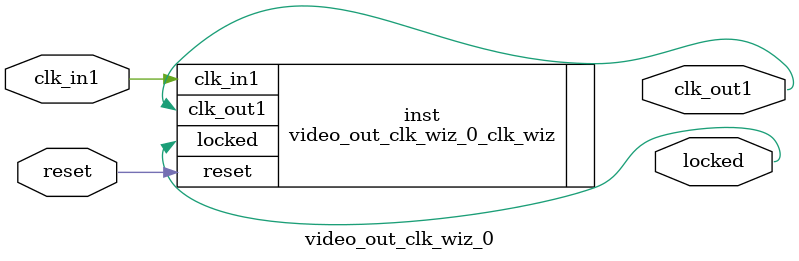
<source format=v>


`timescale 1ps/1ps

(* CORE_GENERATION_INFO = "video_out_clk_wiz_0,clk_wiz_v6_0_15_0_0,{component_name=video_out_clk_wiz_0,use_phase_alignment=true,use_min_o_jitter=false,use_max_i_jitter=false,use_dyn_phase_shift=false,use_inclk_switchover=false,use_dyn_reconfig=false,enable_axi=0,feedback_source=FDBK_AUTO,PRIMITIVE=MMCM,num_out_clk=1,clkin1_period=8.000,clkin2_period=10.000,use_power_down=false,use_reset=true,use_locked=true,use_inclk_stopped=false,feedback_type=SINGLE,CLOCK_MGR_TYPE=NA,manual_override=false}" *)

module video_out_clk_wiz_0 
 (
  // Clock out ports
  output        clk_out1,
  // Status and control signals
  input         reset,
  output        locked,
 // Clock in ports
  input         clk_in1
 );

  video_out_clk_wiz_0_clk_wiz inst
  (
  // Clock out ports  
  .clk_out1(clk_out1),
  // Status and control signals               
  .reset(reset), 
  .locked(locked),
 // Clock in ports
  .clk_in1(clk_in1)
  );

endmodule

</source>
